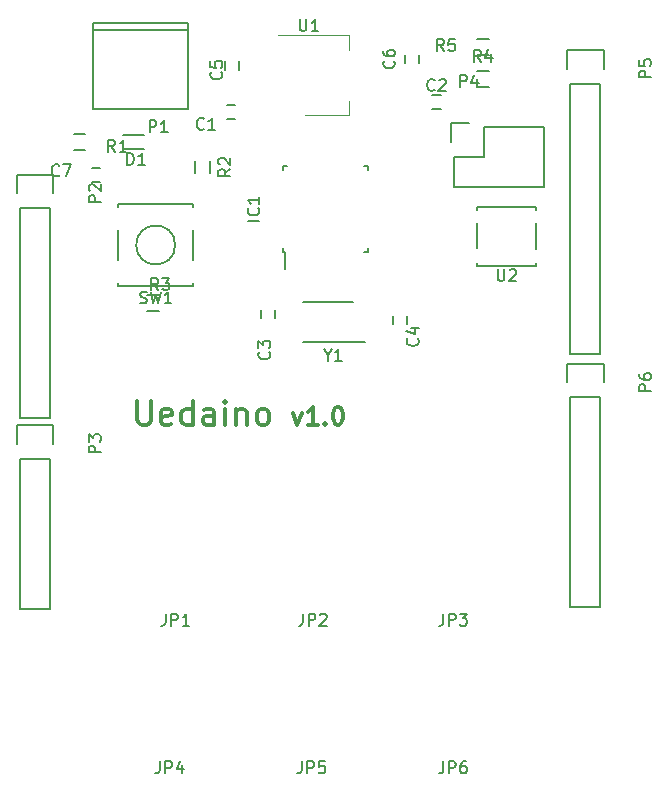
<source format=gto>
G04 #@! TF.FileFunction,Legend,Top*
%FSLAX46Y46*%
G04 Gerber Fmt 4.6, Leading zero omitted, Abs format (unit mm)*
G04 Created by KiCad (PCBNEW 4.0.4-stable) date 2017 January 13, Friday 02:46:46*
%MOMM*%
%LPD*%
G01*
G04 APERTURE LIST*
%ADD10C,0.100000*%
%ADD11C,0.300000*%
%ADD12C,0.150000*%
%ADD13C,0.120000*%
G04 APERTURE END LIST*
D10*
D11*
X136557144Y-108178571D02*
X136914287Y-109178571D01*
X137271429Y-108178571D01*
X138628572Y-109178571D02*
X137771429Y-109178571D01*
X138200001Y-109178571D02*
X138200001Y-107678571D01*
X138057144Y-107892857D01*
X137914286Y-108035714D01*
X137771429Y-108107143D01*
X139271429Y-109035714D02*
X139342857Y-109107143D01*
X139271429Y-109178571D01*
X139200000Y-109107143D01*
X139271429Y-109035714D01*
X139271429Y-109178571D01*
X140271429Y-107678571D02*
X140414286Y-107678571D01*
X140557143Y-107750000D01*
X140628572Y-107821429D01*
X140700001Y-107964286D01*
X140771429Y-108250000D01*
X140771429Y-108607143D01*
X140700001Y-108892857D01*
X140628572Y-109035714D01*
X140557143Y-109107143D01*
X140414286Y-109178571D01*
X140271429Y-109178571D01*
X140128572Y-109107143D01*
X140057143Y-109035714D01*
X139985715Y-108892857D01*
X139914286Y-108607143D01*
X139914286Y-108250000D01*
X139985715Y-107964286D01*
X140057143Y-107821429D01*
X140128572Y-107750000D01*
X140271429Y-107678571D01*
X123376190Y-107204762D02*
X123376190Y-108823810D01*
X123471429Y-109014286D01*
X123566667Y-109109524D01*
X123757143Y-109204762D01*
X124138095Y-109204762D01*
X124328571Y-109109524D01*
X124423810Y-109014286D01*
X124519048Y-108823810D01*
X124519048Y-107204762D01*
X126233333Y-109109524D02*
X126042857Y-109204762D01*
X125661905Y-109204762D01*
X125471428Y-109109524D01*
X125376190Y-108919048D01*
X125376190Y-108157143D01*
X125471428Y-107966667D01*
X125661905Y-107871429D01*
X126042857Y-107871429D01*
X126233333Y-107966667D01*
X126328571Y-108157143D01*
X126328571Y-108347619D01*
X125376190Y-108538095D01*
X128042857Y-109204762D02*
X128042857Y-107204762D01*
X128042857Y-109109524D02*
X127852381Y-109204762D01*
X127471429Y-109204762D01*
X127280953Y-109109524D01*
X127185714Y-109014286D01*
X127090476Y-108823810D01*
X127090476Y-108252381D01*
X127185714Y-108061905D01*
X127280953Y-107966667D01*
X127471429Y-107871429D01*
X127852381Y-107871429D01*
X128042857Y-107966667D01*
X129852381Y-109204762D02*
X129852381Y-108157143D01*
X129757143Y-107966667D01*
X129566667Y-107871429D01*
X129185715Y-107871429D01*
X128995238Y-107966667D01*
X129852381Y-109109524D02*
X129661905Y-109204762D01*
X129185715Y-109204762D01*
X128995238Y-109109524D01*
X128900000Y-108919048D01*
X128900000Y-108728571D01*
X128995238Y-108538095D01*
X129185715Y-108442857D01*
X129661905Y-108442857D01*
X129852381Y-108347619D01*
X130804762Y-109204762D02*
X130804762Y-107871429D01*
X130804762Y-107204762D02*
X130709524Y-107300000D01*
X130804762Y-107395238D01*
X130900001Y-107300000D01*
X130804762Y-107204762D01*
X130804762Y-107395238D01*
X131757143Y-107871429D02*
X131757143Y-109204762D01*
X131757143Y-108061905D02*
X131852382Y-107966667D01*
X132042858Y-107871429D01*
X132328572Y-107871429D01*
X132519048Y-107966667D01*
X132614286Y-108157143D01*
X132614286Y-109204762D01*
X133852382Y-109204762D02*
X133661906Y-109109524D01*
X133566667Y-109014286D01*
X133471429Y-108823810D01*
X133471429Y-108252381D01*
X133566667Y-108061905D01*
X133661906Y-107966667D01*
X133852382Y-107871429D01*
X134138096Y-107871429D01*
X134328572Y-107966667D01*
X134423810Y-108061905D01*
X134519048Y-108252381D01*
X134519048Y-108823810D01*
X134423810Y-109014286D01*
X134328572Y-109109524D01*
X134138096Y-109204762D01*
X133852382Y-109204762D01*
D12*
X113436400Y-90881200D02*
X113436400Y-108661200D01*
X113436400Y-108661200D02*
X115976400Y-108661200D01*
X115976400Y-108661200D02*
X115976400Y-90881200D01*
X113156400Y-88061200D02*
X113156400Y-89611200D01*
X113436400Y-90881200D02*
X115976400Y-90881200D01*
X116256400Y-89611200D02*
X116256400Y-88061200D01*
X116256400Y-88061200D02*
X113156400Y-88061200D01*
X135668600Y-94557000D02*
X135893600Y-94557000D01*
X135668600Y-87307000D02*
X135993600Y-87307000D01*
X142918600Y-87307000D02*
X142593600Y-87307000D01*
X142918600Y-94557000D02*
X142593600Y-94557000D01*
X135668600Y-94557000D02*
X135668600Y-94232000D01*
X142918600Y-94557000D02*
X142918600Y-94232000D01*
X142918600Y-87307000D02*
X142918600Y-87632000D01*
X135668600Y-87307000D02*
X135668600Y-87632000D01*
X135893600Y-94557000D02*
X135893600Y-95982000D01*
X128067200Y-97180000D02*
X128067200Y-97430000D01*
X128067200Y-97430000D02*
X121767200Y-97430000D01*
X121767200Y-97430000D02*
X121767200Y-97180000D01*
X128067200Y-92680000D02*
X128067200Y-95280000D01*
X121767200Y-90780000D02*
X121767200Y-90530000D01*
X121767200Y-90530000D02*
X128067200Y-90530000D01*
X128067200Y-90530000D02*
X128067200Y-90780000D01*
X121767200Y-95280000D02*
X121767200Y-92680000D01*
X126567200Y-93980000D02*
G75*
G03X126567200Y-93980000I-1650000J0D01*
G01*
X146192800Y-99980000D02*
X146192800Y-100680000D01*
X144992800Y-100680000D02*
X144992800Y-99980000D01*
X130768800Y-79140800D02*
X130768800Y-78440800D01*
X131968800Y-78440800D02*
X131968800Y-79140800D01*
X146008800Y-78582000D02*
X146008800Y-77882000D01*
X147208800Y-77882000D02*
X147208800Y-78582000D01*
X119487200Y-87487200D02*
X120187200Y-87487200D01*
X120187200Y-88687200D02*
X119487200Y-88687200D01*
X122140800Y-85842400D02*
X123940800Y-85842400D01*
X122140800Y-84642400D02*
X123940800Y-84642400D01*
X128204600Y-87876000D02*
X128204600Y-86876000D01*
X129554600Y-86876000D02*
X129554600Y-87876000D01*
X124163200Y-98181800D02*
X125163200Y-98181800D01*
X125163200Y-99531800D02*
X124163200Y-99531800D01*
X153103200Y-80583400D02*
X152103200Y-80583400D01*
X152103200Y-79233400D02*
X153103200Y-79233400D01*
X153154000Y-77891000D02*
X152154000Y-77891000D01*
X152154000Y-76541000D02*
X153154000Y-76541000D01*
D13*
X141305200Y-83013600D02*
X141305200Y-81753600D01*
X141305200Y-76193600D02*
X141305200Y-77453600D01*
X137545200Y-83013600D02*
X141305200Y-83013600D01*
X135295200Y-76193600D02*
X141305200Y-76193600D01*
D12*
X131668000Y-83353200D02*
X130968000Y-83353200D01*
X130968000Y-82153200D02*
X131668000Y-82153200D01*
X149041600Y-82489600D02*
X148341600Y-82489600D01*
X148341600Y-81289600D02*
X149041600Y-81289600D01*
X133816800Y-100172000D02*
X133816800Y-99472000D01*
X135016800Y-99472000D02*
X135016800Y-100172000D01*
X117965600Y-84567400D02*
X118965600Y-84567400D01*
X118965600Y-85917400D02*
X117965600Y-85917400D01*
X113436400Y-112064800D02*
X113436400Y-124764800D01*
X113436400Y-124764800D02*
X115976400Y-124764800D01*
X115976400Y-124764800D02*
X115976400Y-112064800D01*
X113156400Y-109244800D02*
X113156400Y-110794800D01*
X113436400Y-112064800D02*
X115976400Y-112064800D01*
X116256400Y-110794800D02*
X116256400Y-109244800D01*
X116256400Y-109244800D02*
X113156400Y-109244800D01*
X157784800Y-83972400D02*
X152704800Y-83972400D01*
X149884800Y-83692400D02*
X151434800Y-83692400D01*
X150164800Y-86512400D02*
X152704800Y-86512400D01*
X152704800Y-86512400D02*
X152704800Y-83972400D01*
X157784800Y-83972400D02*
X157784800Y-89052400D01*
X157784800Y-89052400D02*
X152704800Y-89052400D01*
X149884800Y-83692400D02*
X149884800Y-85242400D01*
X150164800Y-89052400D02*
X150164800Y-86512400D01*
X152704800Y-89052400D02*
X150164800Y-89052400D01*
X160020000Y-80314800D02*
X160020000Y-103174800D01*
X160020000Y-103174800D02*
X162560000Y-103174800D01*
X162560000Y-103174800D02*
X162560000Y-80314800D01*
X159740000Y-77494800D02*
X159740000Y-79044800D01*
X160020000Y-80314800D02*
X162560000Y-80314800D01*
X162840000Y-79044800D02*
X162840000Y-77494800D01*
X162840000Y-77494800D02*
X159740000Y-77494800D01*
X160020000Y-106883200D02*
X160020000Y-124663200D01*
X160020000Y-124663200D02*
X162560000Y-124663200D01*
X162560000Y-124663200D02*
X162560000Y-106883200D01*
X159740000Y-104063200D02*
X159740000Y-105613200D01*
X160020000Y-106883200D02*
X162560000Y-106883200D01*
X162840000Y-105613200D02*
X162840000Y-104063200D01*
X162840000Y-104063200D02*
X159740000Y-104063200D01*
X137354000Y-98833200D02*
X141654000Y-98833200D01*
X142604000Y-102233200D02*
X137354000Y-102233200D01*
X127647200Y-75154600D02*
X119647200Y-75154600D01*
X127647200Y-82474600D02*
X119647200Y-82474600D01*
X119647200Y-82474600D02*
X119647200Y-75154600D01*
X119647200Y-75774600D02*
X127647200Y-75774600D01*
X127647200Y-75154600D02*
X127647200Y-82474600D01*
X152135200Y-95768800D02*
X152135200Y-95468800D01*
X152135200Y-90768800D02*
X152135200Y-91018800D01*
X157135200Y-91018800D02*
X157135200Y-90818800D01*
X157135200Y-94318800D02*
X157135200Y-92118800D01*
X152135200Y-92118800D02*
X152135200Y-94268800D01*
X157135200Y-95768800D02*
X157135200Y-95468800D01*
X157135200Y-95768800D02*
X152135200Y-95768800D01*
X152135200Y-90768800D02*
X157135200Y-90768800D01*
X120258781Y-90349295D02*
X119258781Y-90349295D01*
X119258781Y-89968342D01*
X119306400Y-89873104D01*
X119354019Y-89825485D01*
X119449257Y-89777866D01*
X119592114Y-89777866D01*
X119687352Y-89825485D01*
X119734971Y-89873104D01*
X119782590Y-89968342D01*
X119782590Y-90349295D01*
X119354019Y-89396914D02*
X119306400Y-89349295D01*
X119258781Y-89254057D01*
X119258781Y-89015961D01*
X119306400Y-88920723D01*
X119354019Y-88873104D01*
X119449257Y-88825485D01*
X119544495Y-88825485D01*
X119687352Y-88873104D01*
X120258781Y-89444533D01*
X120258781Y-88825485D01*
X133695981Y-91908190D02*
X132695981Y-91908190D01*
X133600743Y-90860571D02*
X133648362Y-90908190D01*
X133695981Y-91051047D01*
X133695981Y-91146285D01*
X133648362Y-91289143D01*
X133553124Y-91384381D01*
X133457886Y-91432000D01*
X133267410Y-91479619D01*
X133124552Y-91479619D01*
X132934076Y-91432000D01*
X132838838Y-91384381D01*
X132743600Y-91289143D01*
X132695981Y-91146285D01*
X132695981Y-91051047D01*
X132743600Y-90908190D01*
X132791219Y-90860571D01*
X133695981Y-89908190D02*
X133695981Y-90479619D01*
X133695981Y-90193905D02*
X132695981Y-90193905D01*
X132838838Y-90289143D01*
X132934076Y-90384381D01*
X132981695Y-90479619D01*
X123583867Y-98884762D02*
X123726724Y-98932381D01*
X123964820Y-98932381D01*
X124060058Y-98884762D01*
X124107677Y-98837143D01*
X124155296Y-98741905D01*
X124155296Y-98646667D01*
X124107677Y-98551429D01*
X124060058Y-98503810D01*
X123964820Y-98456190D01*
X123774343Y-98408571D01*
X123679105Y-98360952D01*
X123631486Y-98313333D01*
X123583867Y-98218095D01*
X123583867Y-98122857D01*
X123631486Y-98027619D01*
X123679105Y-97980000D01*
X123774343Y-97932381D01*
X124012439Y-97932381D01*
X124155296Y-97980000D01*
X124488629Y-97932381D02*
X124726724Y-98932381D01*
X124917201Y-98218095D01*
X125107677Y-98932381D01*
X125345772Y-97932381D01*
X126250534Y-98932381D02*
X125679105Y-98932381D01*
X125964819Y-98932381D02*
X125964819Y-97932381D01*
X125869581Y-98075238D01*
X125774343Y-98170476D01*
X125679105Y-98218095D01*
X147092943Y-101893666D02*
X147140562Y-101941285D01*
X147188181Y-102084142D01*
X147188181Y-102179380D01*
X147140562Y-102322238D01*
X147045324Y-102417476D01*
X146950086Y-102465095D01*
X146759610Y-102512714D01*
X146616752Y-102512714D01*
X146426276Y-102465095D01*
X146331038Y-102417476D01*
X146235800Y-102322238D01*
X146188181Y-102179380D01*
X146188181Y-102084142D01*
X146235800Y-101941285D01*
X146283419Y-101893666D01*
X146521514Y-101036523D02*
X147188181Y-101036523D01*
X146140562Y-101274619D02*
X146854848Y-101512714D01*
X146854848Y-100893666D01*
X130455943Y-79338466D02*
X130503562Y-79386085D01*
X130551181Y-79528942D01*
X130551181Y-79624180D01*
X130503562Y-79767038D01*
X130408324Y-79862276D01*
X130313086Y-79909895D01*
X130122610Y-79957514D01*
X129979752Y-79957514D01*
X129789276Y-79909895D01*
X129694038Y-79862276D01*
X129598800Y-79767038D01*
X129551181Y-79624180D01*
X129551181Y-79528942D01*
X129598800Y-79386085D01*
X129646419Y-79338466D01*
X129551181Y-78433704D02*
X129551181Y-78909895D01*
X130027371Y-78957514D01*
X129979752Y-78909895D01*
X129932133Y-78814657D01*
X129932133Y-78576561D01*
X129979752Y-78481323D01*
X130027371Y-78433704D01*
X130122610Y-78386085D01*
X130360705Y-78386085D01*
X130455943Y-78433704D01*
X130503562Y-78481323D01*
X130551181Y-78576561D01*
X130551181Y-78814657D01*
X130503562Y-78909895D01*
X130455943Y-78957514D01*
X145065943Y-78398666D02*
X145113562Y-78446285D01*
X145161181Y-78589142D01*
X145161181Y-78684380D01*
X145113562Y-78827238D01*
X145018324Y-78922476D01*
X144923086Y-78970095D01*
X144732610Y-79017714D01*
X144589752Y-79017714D01*
X144399276Y-78970095D01*
X144304038Y-78922476D01*
X144208800Y-78827238D01*
X144161181Y-78684380D01*
X144161181Y-78589142D01*
X144208800Y-78446285D01*
X144256419Y-78398666D01*
X144161181Y-77541523D02*
X144161181Y-77732000D01*
X144208800Y-77827238D01*
X144256419Y-77874857D01*
X144399276Y-77970095D01*
X144589752Y-78017714D01*
X144970705Y-78017714D01*
X145065943Y-77970095D01*
X145113562Y-77922476D01*
X145161181Y-77827238D01*
X145161181Y-77636761D01*
X145113562Y-77541523D01*
X145065943Y-77493904D01*
X144970705Y-77446285D01*
X144732610Y-77446285D01*
X144637371Y-77493904D01*
X144589752Y-77541523D01*
X144542133Y-77636761D01*
X144542133Y-77827238D01*
X144589752Y-77922476D01*
X144637371Y-77970095D01*
X144732610Y-78017714D01*
X116749534Y-88063343D02*
X116701915Y-88110962D01*
X116559058Y-88158581D01*
X116463820Y-88158581D01*
X116320962Y-88110962D01*
X116225724Y-88015724D01*
X116178105Y-87920486D01*
X116130486Y-87730010D01*
X116130486Y-87587152D01*
X116178105Y-87396676D01*
X116225724Y-87301438D01*
X116320962Y-87206200D01*
X116463820Y-87158581D01*
X116559058Y-87158581D01*
X116701915Y-87206200D01*
X116749534Y-87253819D01*
X117082867Y-87158581D02*
X117749534Y-87158581D01*
X117320962Y-88158581D01*
X122502705Y-87194781D02*
X122502705Y-86194781D01*
X122740800Y-86194781D01*
X122883658Y-86242400D01*
X122978896Y-86337638D01*
X123026515Y-86432876D01*
X123074134Y-86623352D01*
X123074134Y-86766210D01*
X123026515Y-86956686D01*
X122978896Y-87051924D01*
X122883658Y-87147162D01*
X122740800Y-87194781D01*
X122502705Y-87194781D01*
X124026515Y-87194781D02*
X123455086Y-87194781D01*
X123740800Y-87194781D02*
X123740800Y-86194781D01*
X123645562Y-86337638D01*
X123550324Y-86432876D01*
X123455086Y-86480495D01*
X131231981Y-87542666D02*
X130755790Y-87876000D01*
X131231981Y-88114095D02*
X130231981Y-88114095D01*
X130231981Y-87733142D01*
X130279600Y-87637904D01*
X130327219Y-87590285D01*
X130422457Y-87542666D01*
X130565314Y-87542666D01*
X130660552Y-87590285D01*
X130708171Y-87637904D01*
X130755790Y-87733142D01*
X130755790Y-88114095D01*
X130327219Y-87161714D02*
X130279600Y-87114095D01*
X130231981Y-87018857D01*
X130231981Y-86780761D01*
X130279600Y-86685523D01*
X130327219Y-86637904D01*
X130422457Y-86590285D01*
X130517695Y-86590285D01*
X130660552Y-86637904D01*
X131231981Y-87209333D01*
X131231981Y-86590285D01*
X125131534Y-97785181D02*
X124798200Y-97308990D01*
X124560105Y-97785181D02*
X124560105Y-96785181D01*
X124941058Y-96785181D01*
X125036296Y-96832800D01*
X125083915Y-96880419D01*
X125131534Y-96975657D01*
X125131534Y-97118514D01*
X125083915Y-97213752D01*
X125036296Y-97261371D01*
X124941058Y-97308990D01*
X124560105Y-97308990D01*
X125464867Y-96785181D02*
X126083915Y-96785181D01*
X125750581Y-97166133D01*
X125893439Y-97166133D01*
X125988677Y-97213752D01*
X126036296Y-97261371D01*
X126083915Y-97356610D01*
X126083915Y-97594705D01*
X126036296Y-97689943D01*
X125988677Y-97737562D01*
X125893439Y-97785181D01*
X125607724Y-97785181D01*
X125512486Y-97737562D01*
X125464867Y-97689943D01*
X152436534Y-78460781D02*
X152103200Y-77984590D01*
X151865105Y-78460781D02*
X151865105Y-77460781D01*
X152246058Y-77460781D01*
X152341296Y-77508400D01*
X152388915Y-77556019D01*
X152436534Y-77651257D01*
X152436534Y-77794114D01*
X152388915Y-77889352D01*
X152341296Y-77936971D01*
X152246058Y-77984590D01*
X151865105Y-77984590D01*
X153293677Y-77794114D02*
X153293677Y-78460781D01*
X153055581Y-77413162D02*
X152817486Y-78127448D01*
X153436534Y-78127448D01*
X149312334Y-77541381D02*
X148979000Y-77065190D01*
X148740905Y-77541381D02*
X148740905Y-76541381D01*
X149121858Y-76541381D01*
X149217096Y-76589000D01*
X149264715Y-76636619D01*
X149312334Y-76731857D01*
X149312334Y-76874714D01*
X149264715Y-76969952D01*
X149217096Y-77017571D01*
X149121858Y-77065190D01*
X148740905Y-77065190D01*
X150217096Y-76541381D02*
X149740905Y-76541381D01*
X149693286Y-77017571D01*
X149740905Y-76969952D01*
X149836143Y-76922333D01*
X150074239Y-76922333D01*
X150169477Y-76969952D01*
X150217096Y-77017571D01*
X150264715Y-77112810D01*
X150264715Y-77350905D01*
X150217096Y-77446143D01*
X150169477Y-77493762D01*
X150074239Y-77541381D01*
X149836143Y-77541381D01*
X149740905Y-77493762D01*
X149693286Y-77446143D01*
X137109295Y-74864981D02*
X137109295Y-75674505D01*
X137156914Y-75769743D01*
X137204533Y-75817362D01*
X137299771Y-75864981D01*
X137490248Y-75864981D01*
X137585486Y-75817362D01*
X137633105Y-75769743D01*
X137680724Y-75674505D01*
X137680724Y-74864981D01*
X138680724Y-75864981D02*
X138109295Y-75864981D01*
X138395009Y-75864981D02*
X138395009Y-74864981D01*
X138299771Y-75007838D01*
X138204533Y-75103076D01*
X138109295Y-75150695D01*
X128992334Y-84126343D02*
X128944715Y-84173962D01*
X128801858Y-84221581D01*
X128706620Y-84221581D01*
X128563762Y-84173962D01*
X128468524Y-84078724D01*
X128420905Y-83983486D01*
X128373286Y-83793010D01*
X128373286Y-83650152D01*
X128420905Y-83459676D01*
X128468524Y-83364438D01*
X128563762Y-83269200D01*
X128706620Y-83221581D01*
X128801858Y-83221581D01*
X128944715Y-83269200D01*
X128992334Y-83316819D01*
X129944715Y-84221581D02*
X129373286Y-84221581D01*
X129659000Y-84221581D02*
X129659000Y-83221581D01*
X129563762Y-83364438D01*
X129468524Y-83459676D01*
X129373286Y-83507295D01*
X148524934Y-80849743D02*
X148477315Y-80897362D01*
X148334458Y-80944981D01*
X148239220Y-80944981D01*
X148096362Y-80897362D01*
X148001124Y-80802124D01*
X147953505Y-80706886D01*
X147905886Y-80516410D01*
X147905886Y-80373552D01*
X147953505Y-80183076D01*
X148001124Y-80087838D01*
X148096362Y-79992600D01*
X148239220Y-79944981D01*
X148334458Y-79944981D01*
X148477315Y-79992600D01*
X148524934Y-80040219D01*
X148905886Y-80040219D02*
X148953505Y-79992600D01*
X149048743Y-79944981D01*
X149286839Y-79944981D01*
X149382077Y-79992600D01*
X149429696Y-80040219D01*
X149477315Y-80135457D01*
X149477315Y-80230695D01*
X149429696Y-80373552D01*
X148858267Y-80944981D01*
X149477315Y-80944981D01*
X134519943Y-103036666D02*
X134567562Y-103084285D01*
X134615181Y-103227142D01*
X134615181Y-103322380D01*
X134567562Y-103465238D01*
X134472324Y-103560476D01*
X134377086Y-103608095D01*
X134186610Y-103655714D01*
X134043752Y-103655714D01*
X133853276Y-103608095D01*
X133758038Y-103560476D01*
X133662800Y-103465238D01*
X133615181Y-103322380D01*
X133615181Y-103227142D01*
X133662800Y-103084285D01*
X133710419Y-103036666D01*
X133615181Y-102703333D02*
X133615181Y-102084285D01*
X133996133Y-102417619D01*
X133996133Y-102274761D01*
X134043752Y-102179523D01*
X134091371Y-102131904D01*
X134186610Y-102084285D01*
X134424705Y-102084285D01*
X134519943Y-102131904D01*
X134567562Y-102179523D01*
X134615181Y-102274761D01*
X134615181Y-102560476D01*
X134567562Y-102655714D01*
X134519943Y-102703333D01*
X121473934Y-86075781D02*
X121140600Y-85599590D01*
X120902505Y-86075781D02*
X120902505Y-85075781D01*
X121283458Y-85075781D01*
X121378696Y-85123400D01*
X121426315Y-85171019D01*
X121473934Y-85266257D01*
X121473934Y-85409114D01*
X121426315Y-85504352D01*
X121378696Y-85551971D01*
X121283458Y-85599590D01*
X120902505Y-85599590D01*
X122426315Y-86075781D02*
X121854886Y-86075781D01*
X122140600Y-86075781D02*
X122140600Y-85075781D01*
X122045362Y-85218638D01*
X121950124Y-85313876D01*
X121854886Y-85361495D01*
X120258781Y-111532895D02*
X119258781Y-111532895D01*
X119258781Y-111151942D01*
X119306400Y-111056704D01*
X119354019Y-111009085D01*
X119449257Y-110961466D01*
X119592114Y-110961466D01*
X119687352Y-111009085D01*
X119734971Y-111056704D01*
X119782590Y-111151942D01*
X119782590Y-111532895D01*
X119258781Y-110628133D02*
X119258781Y-110009085D01*
X119639733Y-110342419D01*
X119639733Y-110199561D01*
X119687352Y-110104323D01*
X119734971Y-110056704D01*
X119830210Y-110009085D01*
X120068305Y-110009085D01*
X120163543Y-110056704D01*
X120211162Y-110104323D01*
X120258781Y-110199561D01*
X120258781Y-110485276D01*
X120211162Y-110580514D01*
X120163543Y-110628133D01*
X150696705Y-80594781D02*
X150696705Y-79594781D01*
X151077658Y-79594781D01*
X151172896Y-79642400D01*
X151220515Y-79690019D01*
X151268134Y-79785257D01*
X151268134Y-79928114D01*
X151220515Y-80023352D01*
X151172896Y-80070971D01*
X151077658Y-80118590D01*
X150696705Y-80118590D01*
X152125277Y-79928114D02*
X152125277Y-80594781D01*
X151887181Y-79547162D02*
X151649086Y-80261448D01*
X152268134Y-80261448D01*
X166842381Y-79782895D02*
X165842381Y-79782895D01*
X165842381Y-79401942D01*
X165890000Y-79306704D01*
X165937619Y-79259085D01*
X166032857Y-79211466D01*
X166175714Y-79211466D01*
X166270952Y-79259085D01*
X166318571Y-79306704D01*
X166366190Y-79401942D01*
X166366190Y-79782895D01*
X165842381Y-78306704D02*
X165842381Y-78782895D01*
X166318571Y-78830514D01*
X166270952Y-78782895D01*
X166223333Y-78687657D01*
X166223333Y-78449561D01*
X166270952Y-78354323D01*
X166318571Y-78306704D01*
X166413810Y-78259085D01*
X166651905Y-78259085D01*
X166747143Y-78306704D01*
X166794762Y-78354323D01*
X166842381Y-78449561D01*
X166842381Y-78687657D01*
X166794762Y-78782895D01*
X166747143Y-78830514D01*
X166842381Y-106351295D02*
X165842381Y-106351295D01*
X165842381Y-105970342D01*
X165890000Y-105875104D01*
X165937619Y-105827485D01*
X166032857Y-105779866D01*
X166175714Y-105779866D01*
X166270952Y-105827485D01*
X166318571Y-105875104D01*
X166366190Y-105970342D01*
X166366190Y-106351295D01*
X165842381Y-104922723D02*
X165842381Y-105113200D01*
X165890000Y-105208438D01*
X165937619Y-105256057D01*
X166080476Y-105351295D01*
X166270952Y-105398914D01*
X166651905Y-105398914D01*
X166747143Y-105351295D01*
X166794762Y-105303676D01*
X166842381Y-105208438D01*
X166842381Y-105017961D01*
X166794762Y-104922723D01*
X166747143Y-104875104D01*
X166651905Y-104827485D01*
X166413810Y-104827485D01*
X166318571Y-104875104D01*
X166270952Y-104922723D01*
X166223333Y-105017961D01*
X166223333Y-105208438D01*
X166270952Y-105303676D01*
X166318571Y-105351295D01*
X166413810Y-105398914D01*
X139477809Y-103309390D02*
X139477809Y-103785581D01*
X139144476Y-102785581D02*
X139477809Y-103309390D01*
X139811143Y-102785581D01*
X140668286Y-103785581D02*
X140096857Y-103785581D01*
X140382571Y-103785581D02*
X140382571Y-102785581D01*
X140287333Y-102928438D01*
X140192095Y-103023676D01*
X140096857Y-103071295D01*
X124409105Y-84426981D02*
X124409105Y-83426981D01*
X124790058Y-83426981D01*
X124885296Y-83474600D01*
X124932915Y-83522219D01*
X124980534Y-83617457D01*
X124980534Y-83760314D01*
X124932915Y-83855552D01*
X124885296Y-83903171D01*
X124790058Y-83950790D01*
X124409105Y-83950790D01*
X125932915Y-84426981D02*
X125361486Y-84426981D01*
X125647200Y-84426981D02*
X125647200Y-83426981D01*
X125551962Y-83569838D01*
X125456724Y-83665076D01*
X125361486Y-83712695D01*
X153873295Y-96021181D02*
X153873295Y-96830705D01*
X153920914Y-96925943D01*
X153968533Y-96973562D01*
X154063771Y-97021181D01*
X154254248Y-97021181D01*
X154349486Y-96973562D01*
X154397105Y-96925943D01*
X154444724Y-96830705D01*
X154444724Y-96021181D01*
X154873295Y-96116419D02*
X154920914Y-96068800D01*
X155016152Y-96021181D01*
X155254248Y-96021181D01*
X155349486Y-96068800D01*
X155397105Y-96116419D01*
X155444724Y-96211657D01*
X155444724Y-96306895D01*
X155397105Y-96449752D01*
X154825676Y-97021181D01*
X155444724Y-97021181D01*
X125758667Y-125202381D02*
X125758667Y-125916667D01*
X125711047Y-126059524D01*
X125615809Y-126154762D01*
X125472952Y-126202381D01*
X125377714Y-126202381D01*
X126234857Y-126202381D02*
X126234857Y-125202381D01*
X126615810Y-125202381D01*
X126711048Y-125250000D01*
X126758667Y-125297619D01*
X126806286Y-125392857D01*
X126806286Y-125535714D01*
X126758667Y-125630952D01*
X126711048Y-125678571D01*
X126615810Y-125726190D01*
X126234857Y-125726190D01*
X127758667Y-126202381D02*
X127187238Y-126202381D01*
X127472952Y-126202381D02*
X127472952Y-125202381D01*
X127377714Y-125345238D01*
X127282476Y-125440476D01*
X127187238Y-125488095D01*
X137391867Y-125202381D02*
X137391867Y-125916667D01*
X137344247Y-126059524D01*
X137249009Y-126154762D01*
X137106152Y-126202381D01*
X137010914Y-126202381D01*
X137868057Y-126202381D02*
X137868057Y-125202381D01*
X138249010Y-125202381D01*
X138344248Y-125250000D01*
X138391867Y-125297619D01*
X138439486Y-125392857D01*
X138439486Y-125535714D01*
X138391867Y-125630952D01*
X138344248Y-125678571D01*
X138249010Y-125726190D01*
X137868057Y-125726190D01*
X138820438Y-125297619D02*
X138868057Y-125250000D01*
X138963295Y-125202381D01*
X139201391Y-125202381D01*
X139296629Y-125250000D01*
X139344248Y-125297619D01*
X139391867Y-125392857D01*
X139391867Y-125488095D01*
X139344248Y-125630952D01*
X138772819Y-126202381D01*
X139391867Y-126202381D01*
X149266667Y-125202381D02*
X149266667Y-125916667D01*
X149219047Y-126059524D01*
X149123809Y-126154762D01*
X148980952Y-126202381D01*
X148885714Y-126202381D01*
X149742857Y-126202381D02*
X149742857Y-125202381D01*
X150123810Y-125202381D01*
X150219048Y-125250000D01*
X150266667Y-125297619D01*
X150314286Y-125392857D01*
X150314286Y-125535714D01*
X150266667Y-125630952D01*
X150219048Y-125678571D01*
X150123810Y-125726190D01*
X149742857Y-125726190D01*
X150647619Y-125202381D02*
X151266667Y-125202381D01*
X150933333Y-125583333D01*
X151076191Y-125583333D01*
X151171429Y-125630952D01*
X151219048Y-125678571D01*
X151266667Y-125773810D01*
X151266667Y-126011905D01*
X151219048Y-126107143D01*
X151171429Y-126154762D01*
X151076191Y-126202381D01*
X150790476Y-126202381D01*
X150695238Y-126154762D01*
X150647619Y-126107143D01*
X125266667Y-137702381D02*
X125266667Y-138416667D01*
X125219047Y-138559524D01*
X125123809Y-138654762D01*
X124980952Y-138702381D01*
X124885714Y-138702381D01*
X125742857Y-138702381D02*
X125742857Y-137702381D01*
X126123810Y-137702381D01*
X126219048Y-137750000D01*
X126266667Y-137797619D01*
X126314286Y-137892857D01*
X126314286Y-138035714D01*
X126266667Y-138130952D01*
X126219048Y-138178571D01*
X126123810Y-138226190D01*
X125742857Y-138226190D01*
X127171429Y-138035714D02*
X127171429Y-138702381D01*
X126933333Y-137654762D02*
X126695238Y-138369048D01*
X127314286Y-138369048D01*
X137290267Y-137702381D02*
X137290267Y-138416667D01*
X137242647Y-138559524D01*
X137147409Y-138654762D01*
X137004552Y-138702381D01*
X136909314Y-138702381D01*
X137766457Y-138702381D02*
X137766457Y-137702381D01*
X138147410Y-137702381D01*
X138242648Y-137750000D01*
X138290267Y-137797619D01*
X138337886Y-137892857D01*
X138337886Y-138035714D01*
X138290267Y-138130952D01*
X138242648Y-138178571D01*
X138147410Y-138226190D01*
X137766457Y-138226190D01*
X139242648Y-137702381D02*
X138766457Y-137702381D01*
X138718838Y-138178571D01*
X138766457Y-138130952D01*
X138861695Y-138083333D01*
X139099791Y-138083333D01*
X139195029Y-138130952D01*
X139242648Y-138178571D01*
X139290267Y-138273810D01*
X139290267Y-138511905D01*
X139242648Y-138607143D01*
X139195029Y-138654762D01*
X139099791Y-138702381D01*
X138861695Y-138702381D01*
X138766457Y-138654762D01*
X138718838Y-138607143D01*
X149266667Y-137702381D02*
X149266667Y-138416667D01*
X149219047Y-138559524D01*
X149123809Y-138654762D01*
X148980952Y-138702381D01*
X148885714Y-138702381D01*
X149742857Y-138702381D02*
X149742857Y-137702381D01*
X150123810Y-137702381D01*
X150219048Y-137750000D01*
X150266667Y-137797619D01*
X150314286Y-137892857D01*
X150314286Y-138035714D01*
X150266667Y-138130952D01*
X150219048Y-138178571D01*
X150123810Y-138226190D01*
X149742857Y-138226190D01*
X151171429Y-137702381D02*
X150980952Y-137702381D01*
X150885714Y-137750000D01*
X150838095Y-137797619D01*
X150742857Y-137940476D01*
X150695238Y-138130952D01*
X150695238Y-138511905D01*
X150742857Y-138607143D01*
X150790476Y-138654762D01*
X150885714Y-138702381D01*
X151076191Y-138702381D01*
X151171429Y-138654762D01*
X151219048Y-138607143D01*
X151266667Y-138511905D01*
X151266667Y-138273810D01*
X151219048Y-138178571D01*
X151171429Y-138130952D01*
X151076191Y-138083333D01*
X150885714Y-138083333D01*
X150790476Y-138130952D01*
X150742857Y-138178571D01*
X150695238Y-138273810D01*
M02*

</source>
